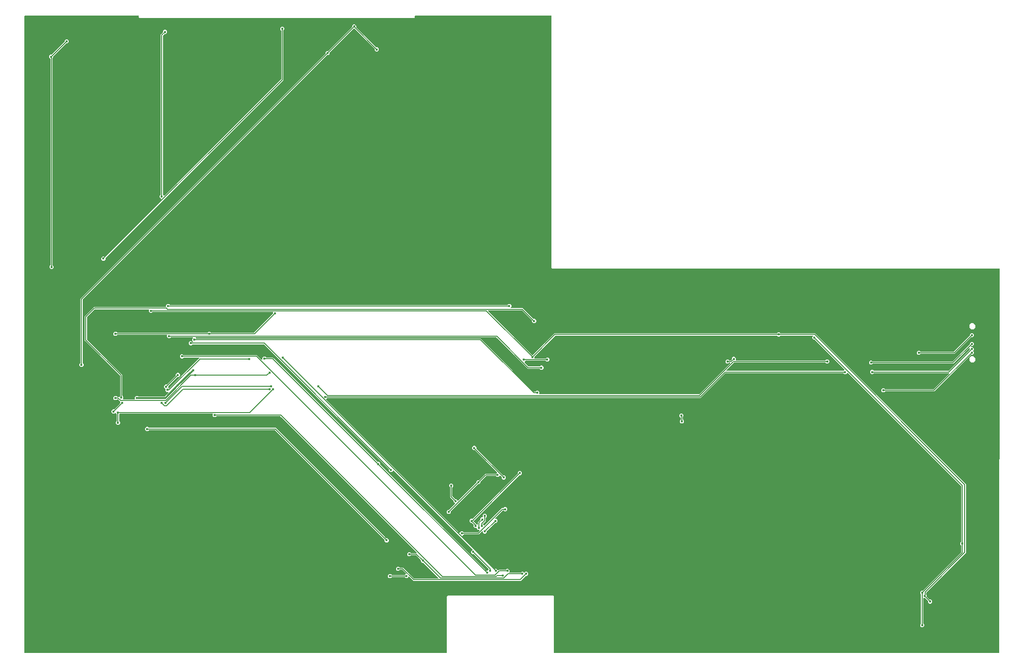
<source format=gbr>
G04 EAGLE Gerber RS-274X export*
G75*
%MOMM*%
%FSLAX34Y34*%
%LPD*%
%INBottom Copper*%
%IPPOS*%
%AMOC8*
5,1,8,0,0,1.08239X$1,22.5*%
G01*
G04 Define Apertures*
%ADD10C,0.127000*%
%ADD11C,0.452400*%
%ADD12C,0.300000*%
G36*
X-113465Y-542940D02*
X-113762Y-543000D01*
X-847238Y-543000D01*
X-847513Y-542949D01*
X-847768Y-542785D01*
X-847940Y-542535D01*
X-848000Y-542238D01*
X-848000Y565238D01*
X-847949Y565513D01*
X-847785Y565768D01*
X-847535Y565940D01*
X-847238Y566000D01*
X-649762Y566000D01*
X-649487Y565949D01*
X-649232Y565785D01*
X-649060Y565535D01*
X-649000Y565238D01*
X-649000Y563172D01*
X-647828Y562000D01*
X-170172Y562000D01*
X-169000Y563172D01*
X-169000Y565238D01*
X-168949Y565513D01*
X-168785Y565768D01*
X-168535Y565940D01*
X-168238Y566000D01*
X68238Y566000D01*
X68513Y565949D01*
X68768Y565785D01*
X68940Y565535D01*
X69000Y565238D01*
X69000Y127172D01*
X70172Y126000D01*
X848234Y126000D01*
X848510Y125948D01*
X848765Y125785D01*
X848936Y125534D01*
X848996Y125237D01*
X848004Y-542239D01*
X847953Y-542513D01*
X847789Y-542768D01*
X847539Y-542940D01*
X847242Y-543000D01*
X73762Y-543000D01*
X73487Y-542949D01*
X73232Y-542785D01*
X73060Y-542535D01*
X73000Y-542238D01*
X73000Y-444172D01*
X71828Y-443000D01*
X-111828Y-443000D01*
X-113000Y-444172D01*
X-113000Y-542238D01*
X-113051Y-542513D01*
X-113215Y-542768D01*
X-113465Y-542940D01*
G37*
%LPC*%
G36*
X-750128Y-44807D02*
X-747202Y-44807D01*
X-745133Y-42738D01*
X-745133Y-39812D01*
X-746537Y-38408D01*
X-746700Y-38167D01*
X-746760Y-37869D01*
X-746760Y71920D01*
X-746704Y72206D01*
X-746537Y72459D01*
X-321736Y497260D01*
X-321495Y497423D01*
X-321197Y497483D01*
X-319212Y497483D01*
X-317143Y499552D01*
X-317143Y501537D01*
X-317087Y501823D01*
X-316920Y502076D01*
X-275381Y543615D01*
X-275140Y543778D01*
X-274842Y543838D01*
X-274433Y543838D01*
X-274147Y543782D01*
X-273894Y543615D01*
X-238705Y508426D01*
X-238542Y508185D01*
X-238482Y507887D01*
X-238482Y505902D01*
X-236413Y503833D01*
X-233487Y503833D01*
X-231418Y505902D01*
X-231418Y508828D01*
X-233487Y510897D01*
X-235472Y510897D01*
X-235758Y510953D01*
X-236011Y511120D01*
X-270565Y545674D01*
X-270728Y545916D01*
X-270788Y546213D01*
X-270788Y548833D01*
X-272857Y550902D01*
X-275783Y550902D01*
X-277852Y548833D01*
X-277852Y546848D01*
X-277908Y546562D01*
X-278075Y546309D01*
X-319614Y504770D01*
X-319856Y504607D01*
X-320153Y504547D01*
X-322138Y504547D01*
X-324207Y502478D01*
X-324207Y500493D01*
X-324263Y500207D01*
X-324430Y499954D01*
X-750570Y73814D01*
X-750570Y-37869D01*
X-750626Y-38155D01*
X-750793Y-38408D01*
X-752197Y-39812D01*
X-752197Y-42738D01*
X-750128Y-44807D01*
G37*
G36*
X-712028Y139978D02*
X-709102Y139978D01*
X-707033Y142047D01*
X-707033Y144032D01*
X-706977Y144318D01*
X-706810Y144571D01*
X-397510Y453871D01*
X-397510Y540154D01*
X-397454Y540440D01*
X-397287Y540693D01*
X-395883Y542097D01*
X-395883Y545023D01*
X-397952Y547092D01*
X-400878Y547092D01*
X-402947Y545023D01*
X-402947Y542097D01*
X-401543Y540693D01*
X-401380Y540452D01*
X-401320Y540154D01*
X-401320Y455765D01*
X-401376Y455479D01*
X-401543Y455226D01*
X-604132Y252637D01*
X-604352Y252484D01*
X-604647Y252414D01*
X-604946Y252465D01*
X-605201Y252628D01*
X-605338Y252828D01*
X-606837Y254327D01*
X-607000Y254568D01*
X-607060Y254866D01*
X-607060Y531025D01*
X-607004Y531311D01*
X-606837Y531564D01*
X-604311Y534090D01*
X-604070Y534253D01*
X-603772Y534313D01*
X-601787Y534313D01*
X-599718Y536382D01*
X-599718Y539308D01*
X-601787Y541377D01*
X-604713Y541377D01*
X-606782Y539308D01*
X-606782Y537323D01*
X-606838Y537037D01*
X-607005Y536784D01*
X-610870Y532919D01*
X-610870Y254866D01*
X-610926Y254580D01*
X-611093Y254327D01*
X-612497Y252923D01*
X-612497Y249997D01*
X-610322Y247822D01*
X-610159Y247722D01*
X-609984Y247474D01*
X-609919Y247178D01*
X-609974Y246880D01*
X-610142Y246627D01*
X-709504Y147265D01*
X-709746Y147102D01*
X-710043Y147042D01*
X-712028Y147042D01*
X-714097Y144973D01*
X-714097Y142047D01*
X-712028Y139978D01*
G37*
G36*
X-802198Y125373D02*
X-799272Y125373D01*
X-797203Y127442D01*
X-797203Y130368D01*
X-798607Y131772D01*
X-798770Y132013D01*
X-798830Y132311D01*
X-798830Y491894D01*
X-798774Y492180D01*
X-798607Y492433D01*
X-797838Y493202D01*
X-797838Y495187D01*
X-797782Y495473D01*
X-797615Y495726D01*
X-775761Y517580D01*
X-775520Y517743D01*
X-775222Y517803D01*
X-773237Y517803D01*
X-771168Y519872D01*
X-771168Y522798D01*
X-773237Y524867D01*
X-776163Y524867D01*
X-778232Y522798D01*
X-778232Y520813D01*
X-778288Y520527D01*
X-778455Y520274D01*
X-800309Y498420D01*
X-800551Y498257D01*
X-800848Y498197D01*
X-802833Y498197D01*
X-804902Y496128D01*
X-804902Y493202D01*
X-802863Y491163D01*
X-802700Y490922D01*
X-802640Y490624D01*
X-802640Y132311D01*
X-802696Y132025D01*
X-802863Y131772D01*
X-804267Y130368D01*
X-804267Y127442D01*
X-802198Y125373D01*
G37*
G36*
X712277Y-498197D02*
X715203Y-498197D01*
X717272Y-496128D01*
X717272Y-493202D01*
X715868Y-491798D01*
X715705Y-491557D01*
X715645Y-491259D01*
X715645Y-448159D01*
X715696Y-447884D01*
X715860Y-447629D01*
X716110Y-447457D01*
X716407Y-447397D01*
X718707Y-447397D01*
X718993Y-447453D01*
X719246Y-447620D01*
X723955Y-452329D01*
X724118Y-452571D01*
X724178Y-452868D01*
X724178Y-454853D01*
X726247Y-456922D01*
X729173Y-456922D01*
X731242Y-454853D01*
X731242Y-451927D01*
X729173Y-449858D01*
X727188Y-449858D01*
X726902Y-449802D01*
X726649Y-449635D01*
X721940Y-444926D01*
X721777Y-444685D01*
X721717Y-444387D01*
X721717Y-442402D01*
X720948Y-441633D01*
X720785Y-441392D01*
X720725Y-441094D01*
X720725Y-437985D01*
X720781Y-437699D01*
X720948Y-437446D01*
X789940Y-368454D01*
X789940Y-248766D01*
X527839Y13335D01*
X467591Y13335D01*
X467305Y13391D01*
X467052Y13558D01*
X465648Y14962D01*
X462722Y14962D01*
X461318Y13558D01*
X461077Y13395D01*
X460779Y13335D01*
X74141Y13335D01*
X36621Y-24185D01*
X36380Y-24348D01*
X36082Y-24408D01*
X35673Y-24408D01*
X35387Y-24352D01*
X35134Y-24185D01*
X-41090Y52039D01*
X-41243Y52259D01*
X-41313Y52554D01*
X-41262Y52853D01*
X-41099Y53108D01*
X-40849Y53280D01*
X-40551Y53340D01*
X17310Y53340D01*
X17596Y53284D01*
X17849Y53117D01*
X34980Y35986D01*
X35143Y35745D01*
X35203Y35447D01*
X35203Y33462D01*
X37272Y31393D01*
X40198Y31393D01*
X42267Y33462D01*
X42267Y36388D01*
X40198Y38457D01*
X38213Y38457D01*
X37927Y38513D01*
X37674Y38680D01*
X19204Y57150D01*
X-1420Y57150D01*
X-1684Y57197D01*
X-1942Y57356D01*
X-2117Y57604D01*
X-2182Y57900D01*
X-2127Y58198D01*
X-1959Y58451D01*
X-913Y59497D01*
X-913Y62423D01*
X-2982Y64492D01*
X-5908Y64492D01*
X-7312Y63088D01*
X-7553Y62925D01*
X-7851Y62865D01*
X-594764Y62865D01*
X-595050Y62921D01*
X-595303Y63088D01*
X-596707Y64492D01*
X-599633Y64492D01*
X-601702Y62423D01*
X-601702Y59817D01*
X-601753Y59542D01*
X-601917Y59287D01*
X-602167Y59115D01*
X-602464Y59055D01*
X-727229Y59055D01*
X-742950Y43334D01*
X-742950Y1116D01*
X-681578Y-60256D01*
X-681415Y-60498D01*
X-681355Y-60795D01*
X-681355Y-95019D01*
X-681411Y-95305D01*
X-681578Y-95558D01*
X-683088Y-97068D01*
X-683188Y-97231D01*
X-683436Y-97406D01*
X-683732Y-97471D01*
X-684030Y-97416D01*
X-684283Y-97248D01*
X-684376Y-97155D01*
X-686204Y-97155D01*
X-686490Y-97099D01*
X-686743Y-96932D01*
X-688147Y-95528D01*
X-691073Y-95528D01*
X-693142Y-97597D01*
X-693142Y-100523D01*
X-691073Y-102592D01*
X-688147Y-102592D01*
X-686776Y-101221D01*
X-686545Y-101063D01*
X-686249Y-100998D01*
X-685951Y-101053D01*
X-685698Y-101221D01*
X-681611Y-105308D01*
X-681453Y-105539D01*
X-681388Y-105835D01*
X-681443Y-106133D01*
X-681611Y-106386D01*
X-681712Y-106487D01*
X-681712Y-108472D01*
X-681768Y-108758D01*
X-681935Y-109011D01*
X-691724Y-118800D01*
X-691966Y-118963D01*
X-692263Y-119023D01*
X-694248Y-119023D01*
X-696317Y-121092D01*
X-696317Y-124018D01*
X-694248Y-126087D01*
X-691322Y-126087D01*
X-689998Y-124763D01*
X-689778Y-124610D01*
X-689483Y-124540D01*
X-689184Y-124591D01*
X-688929Y-124754D01*
X-688757Y-125004D01*
X-688697Y-125302D01*
X-688697Y-125923D01*
X-687293Y-127327D01*
X-687130Y-127568D01*
X-687070Y-127866D01*
X-687070Y-138834D01*
X-687126Y-139120D01*
X-687293Y-139373D01*
X-688697Y-140777D01*
X-688697Y-143703D01*
X-686628Y-145772D01*
X-683702Y-145772D01*
X-681633Y-143703D01*
X-681633Y-140777D01*
X-683037Y-139373D01*
X-683200Y-139132D01*
X-683260Y-138834D01*
X-683260Y-127866D01*
X-683204Y-127580D01*
X-683037Y-127327D01*
X-682298Y-126588D01*
X-682057Y-126425D01*
X-681759Y-126365D01*
X-521184Y-126365D01*
X-520909Y-126416D01*
X-520654Y-126580D01*
X-520482Y-126830D01*
X-520422Y-127127D01*
X-520422Y-130368D01*
X-518353Y-132437D01*
X-515427Y-132437D01*
X-514023Y-131033D01*
X-513782Y-130870D01*
X-513484Y-130810D01*
X-403060Y-130810D01*
X-402774Y-130866D01*
X-402521Y-131033D01*
X-165920Y-367634D01*
X-165767Y-367854D01*
X-165697Y-368149D01*
X-165748Y-368448D01*
X-165911Y-368703D01*
X-166162Y-368875D01*
X-166459Y-368935D01*
X-175029Y-368935D01*
X-175315Y-368879D01*
X-175568Y-368712D01*
X-176972Y-367308D01*
X-179898Y-367308D01*
X-181967Y-369377D01*
X-181967Y-372303D01*
X-179898Y-374372D01*
X-176972Y-374372D01*
X-175568Y-372968D01*
X-175327Y-372805D01*
X-175029Y-372745D01*
X-167475Y-372745D01*
X-167189Y-372801D01*
X-166936Y-372968D01*
X-158695Y-381209D01*
X-158532Y-381451D01*
X-158472Y-381748D01*
X-158472Y-383733D01*
X-156403Y-385802D01*
X-154418Y-385802D01*
X-154132Y-385858D01*
X-153879Y-386025D01*
X-127820Y-412084D01*
X-127667Y-412304D01*
X-127597Y-412599D01*
X-127648Y-412898D01*
X-127811Y-413153D01*
X-128062Y-413325D01*
X-128359Y-413385D01*
X-169710Y-413385D01*
X-169996Y-413329D01*
X-170249Y-413162D01*
X-189076Y-394335D01*
X-194714Y-394335D01*
X-195000Y-394279D01*
X-195253Y-394112D01*
X-196657Y-392708D01*
X-199583Y-392708D01*
X-201652Y-394777D01*
X-201652Y-397703D01*
X-199583Y-399772D01*
X-196657Y-399772D01*
X-195253Y-398368D01*
X-195012Y-398205D01*
X-194714Y-398145D01*
X-190970Y-398145D01*
X-190684Y-398201D01*
X-190431Y-398368D01*
X-184692Y-404107D01*
X-184539Y-404327D01*
X-184469Y-404622D01*
X-184520Y-404921D01*
X-184683Y-405176D01*
X-184883Y-405313D01*
X-186382Y-406812D01*
X-186623Y-406975D01*
X-186921Y-407035D01*
X-208684Y-407035D01*
X-208970Y-406979D01*
X-209223Y-406812D01*
X-210627Y-405408D01*
X-213553Y-405408D01*
X-215622Y-407477D01*
X-215622Y-410403D01*
X-213553Y-412472D01*
X-210627Y-412472D01*
X-209223Y-411068D01*
X-208982Y-410905D01*
X-208684Y-410845D01*
X-186921Y-410845D01*
X-186635Y-410901D01*
X-186382Y-411068D01*
X-184978Y-412472D01*
X-182052Y-412472D01*
X-179877Y-410297D01*
X-179777Y-410134D01*
X-179529Y-409959D01*
X-179233Y-409894D01*
X-178935Y-409949D01*
X-178682Y-410117D01*
X-171604Y-417195D01*
X15394Y-417195D01*
X23704Y-408885D01*
X23946Y-408722D01*
X24243Y-408662D01*
X26228Y-408662D01*
X28297Y-406593D01*
X28297Y-403667D01*
X26228Y-401598D01*
X23302Y-401598D01*
X22129Y-402771D01*
X21898Y-402929D01*
X21602Y-402994D01*
X21304Y-402939D01*
X21051Y-402771D01*
X19878Y-401598D01*
X16952Y-401598D01*
X15548Y-403002D01*
X15307Y-403165D01*
X15009Y-403225D01*
X-3960Y-403225D01*
X-4224Y-403178D01*
X-4482Y-403019D01*
X-4657Y-402771D01*
X-4722Y-402475D01*
X-4667Y-402177D01*
X-4499Y-401924D01*
X-4088Y-401513D01*
X-4088Y-398587D01*
X-6157Y-396518D01*
X-9083Y-396518D01*
X-10487Y-397922D01*
X-10728Y-398085D01*
X-11026Y-398145D01*
X-22379Y-398145D01*
X-23107Y-398873D01*
X-23327Y-399026D01*
X-23622Y-399096D01*
X-23921Y-399045D01*
X-24176Y-398882D01*
X-24313Y-398682D01*
X-26477Y-396518D01*
X-28462Y-396518D01*
X-28748Y-396462D01*
X-29001Y-396295D01*
X-85818Y-339478D01*
X-85971Y-339258D01*
X-86041Y-338963D01*
X-85990Y-338664D01*
X-85827Y-338409D01*
X-85627Y-338272D01*
X-84128Y-336773D01*
X-83887Y-336610D01*
X-83589Y-336550D01*
X-57631Y-336550D01*
X-51823Y-330742D01*
X-51603Y-330589D01*
X-51308Y-330519D01*
X-51009Y-330570D01*
X-50754Y-330733D01*
X-50582Y-330984D01*
X-50522Y-331281D01*
X-50522Y-332933D01*
X-48453Y-335002D01*
X-45527Y-335002D01*
X-43458Y-332933D01*
X-43458Y-330948D01*
X-43402Y-330662D01*
X-43235Y-330409D01*
X-29636Y-316810D01*
X-29395Y-316647D01*
X-29097Y-316587D01*
X-27112Y-316587D01*
X-25043Y-314518D01*
X-25043Y-311592D01*
X-27112Y-309523D01*
X-28764Y-309523D01*
X-29028Y-309476D01*
X-29286Y-309317D01*
X-29461Y-309069D01*
X-29526Y-308773D01*
X-29471Y-308475D01*
X-29303Y-308222D01*
X-15944Y-294863D01*
X-15703Y-294700D01*
X-15405Y-294640D01*
X-14836Y-294640D01*
X-14550Y-294696D01*
X-14297Y-294863D01*
X-12893Y-296267D01*
X-9967Y-296267D01*
X-7898Y-294198D01*
X-7898Y-291272D01*
X-9967Y-289203D01*
X-12893Y-289203D01*
X-14297Y-290607D01*
X-14538Y-290770D01*
X-14836Y-290830D01*
X-17299Y-290830D01*
X-47237Y-320768D01*
X-47457Y-320921D01*
X-47752Y-320991D01*
X-48051Y-320940D01*
X-48306Y-320777D01*
X-48443Y-320577D01*
X-49909Y-319111D01*
X-50067Y-318880D01*
X-50132Y-318584D01*
X-50077Y-318286D01*
X-49909Y-318033D01*
X-45085Y-313209D01*
X-45085Y-307571D01*
X-45029Y-307285D01*
X-44862Y-307032D01*
X-43458Y-305628D01*
X-43458Y-302702D01*
X-45527Y-300633D01*
X-48453Y-300633D01*
X-50522Y-302702D01*
X-50522Y-305628D01*
X-50468Y-305682D01*
X-50315Y-305902D01*
X-50245Y-306197D01*
X-50296Y-306496D01*
X-50459Y-306751D01*
X-50709Y-306923D01*
X-51007Y-306983D01*
X-52898Y-306983D01*
X-54967Y-309052D01*
X-54967Y-311037D01*
X-55023Y-311323D01*
X-55190Y-311576D01*
X-59055Y-315441D01*
X-59055Y-318920D01*
X-59102Y-319184D01*
X-59261Y-319442D01*
X-59509Y-319617D01*
X-59805Y-319682D01*
X-60103Y-319627D01*
X-60356Y-319459D01*
X-61402Y-318413D01*
X-61482Y-318413D01*
X-61768Y-318357D01*
X-62021Y-318190D01*
X-66095Y-314116D01*
X-66258Y-313875D01*
X-66318Y-313577D01*
X-66318Y-313168D01*
X-66262Y-312882D01*
X-66095Y-312629D01*
X12909Y-233625D01*
X13151Y-233462D01*
X13448Y-233402D01*
X15433Y-233402D01*
X17502Y-231333D01*
X17502Y-228407D01*
X15433Y-226338D01*
X12507Y-226338D01*
X10438Y-228407D01*
X10438Y-230392D01*
X10382Y-230678D01*
X10215Y-230931D01*
X-68154Y-309300D01*
X-68396Y-309463D01*
X-68693Y-309523D01*
X-71313Y-309523D01*
X-73382Y-311592D01*
X-73382Y-314518D01*
X-71313Y-316587D01*
X-69328Y-316587D01*
X-69042Y-316643D01*
X-68789Y-316810D01*
X-66296Y-319303D01*
X-66138Y-319534D01*
X-66073Y-319830D01*
X-66128Y-320128D01*
X-66296Y-320381D01*
X-66397Y-320482D01*
X-66397Y-323408D01*
X-64328Y-325477D01*
X-61444Y-325477D01*
X-61169Y-325528D01*
X-60914Y-325692D01*
X-60742Y-325942D01*
X-60682Y-326239D01*
X-60682Y-326583D01*
X-58613Y-328652D01*
X-56961Y-328652D01*
X-56697Y-328699D01*
X-56439Y-328858D01*
X-56264Y-329106D01*
X-56199Y-329402D01*
X-56254Y-329700D01*
X-56422Y-329953D01*
X-58986Y-332517D01*
X-59228Y-332680D01*
X-59525Y-332740D01*
X-83589Y-332740D01*
X-83875Y-332684D01*
X-84128Y-332517D01*
X-85532Y-331113D01*
X-88458Y-331113D01*
X-90633Y-333288D01*
X-90733Y-333451D01*
X-90981Y-333626D01*
X-91277Y-333691D01*
X-91575Y-333636D01*
X-91828Y-333468D01*
X-323308Y-101988D01*
X-323461Y-101768D01*
X-323531Y-101473D01*
X-323480Y-101174D01*
X-323317Y-100919D01*
X-323117Y-100782D01*
X-321618Y-99283D01*
X-321377Y-99120D01*
X-321079Y-99060D01*
X328449Y-99060D01*
X371406Y-56103D01*
X371648Y-55940D01*
X371945Y-55880D01*
X576349Y-55880D01*
X576635Y-55936D01*
X576888Y-56103D01*
X578292Y-57507D01*
X581218Y-57507D01*
X583393Y-55332D01*
X583493Y-55169D01*
X583741Y-54994D01*
X584037Y-54929D01*
X584335Y-54984D01*
X584588Y-55152D01*
X781462Y-252026D01*
X781625Y-252268D01*
X781685Y-252565D01*
X781685Y-349019D01*
X781629Y-349305D01*
X781462Y-349558D01*
X780058Y-350962D01*
X780058Y-353888D01*
X781462Y-355292D01*
X781625Y-355533D01*
X781685Y-355831D01*
X781685Y-367195D01*
X781629Y-367481D01*
X781462Y-367734D01*
X714801Y-434395D01*
X714560Y-434558D01*
X714262Y-434618D01*
X712277Y-434618D01*
X710208Y-436687D01*
X710208Y-439613D01*
X711612Y-441017D01*
X711775Y-441258D01*
X711835Y-441556D01*
X711835Y-491259D01*
X711779Y-491545D01*
X711612Y-491798D01*
X710208Y-493202D01*
X710208Y-496128D01*
X712277Y-498197D01*
G37*
G36*
X798795Y20650D02*
X803145Y20650D01*
X806220Y23725D01*
X806220Y28075D01*
X803145Y31150D01*
X798795Y31150D01*
X795720Y28075D01*
X795720Y23725D01*
X798795Y20650D01*
G37*
G36*
X706562Y-23852D02*
X709488Y-23852D01*
X710892Y-22448D01*
X711133Y-22285D01*
X711431Y-22225D01*
X770409Y-22225D01*
X799039Y6405D01*
X799281Y6568D01*
X799578Y6628D01*
X801563Y6628D01*
X803632Y8697D01*
X803632Y11623D01*
X801563Y13692D01*
X798637Y13692D01*
X796568Y11623D01*
X796568Y9638D01*
X796512Y9352D01*
X796345Y9099D01*
X769054Y-18192D01*
X768813Y-18355D01*
X768515Y-18415D01*
X711431Y-18415D01*
X711145Y-18359D01*
X710892Y-18192D01*
X709488Y-16788D01*
X706562Y-16788D01*
X704493Y-18857D01*
X704493Y-21783D01*
X706562Y-23852D01*
G37*
G36*
X644967Y-89257D02*
X647893Y-89257D01*
X649297Y-87853D01*
X649538Y-87690D01*
X649836Y-87630D01*
X735484Y-87630D01*
X799039Y-24075D01*
X799281Y-23912D01*
X799578Y-23852D01*
X801563Y-23852D01*
X803632Y-21783D01*
X803632Y-18857D01*
X802459Y-17684D01*
X802301Y-17453D01*
X802236Y-17157D01*
X802291Y-16859D01*
X802459Y-16606D01*
X803632Y-15433D01*
X803632Y-12507D01*
X801563Y-10438D01*
X799276Y-10438D01*
X799012Y-10391D01*
X798754Y-10232D01*
X798579Y-9984D01*
X798514Y-9688D01*
X798569Y-9390D01*
X798737Y-9137D01*
X799039Y-8835D01*
X799281Y-8672D01*
X799578Y-8612D01*
X801563Y-8612D01*
X803632Y-6543D01*
X803632Y-3617D01*
X801563Y-1548D01*
X798637Y-1548D01*
X796568Y-3617D01*
X796568Y-5602D01*
X796512Y-5888D01*
X796345Y-6141D01*
X767149Y-35337D01*
X766908Y-35500D01*
X766610Y-35560D01*
X628246Y-35560D01*
X627960Y-35504D01*
X627707Y-35337D01*
X626303Y-33933D01*
X623377Y-33933D01*
X621308Y-36002D01*
X621308Y-38928D01*
X623377Y-40997D01*
X626303Y-40997D01*
X627707Y-39593D01*
X627948Y-39430D01*
X628246Y-39370D01*
X768504Y-39370D01*
X795267Y-12607D01*
X795487Y-12454D01*
X795782Y-12384D01*
X796081Y-12435D01*
X796336Y-12598D01*
X796508Y-12849D01*
X796568Y-13146D01*
X796568Y-14492D01*
X796512Y-14778D01*
X796345Y-15031D01*
X759529Y-51847D01*
X759288Y-52010D01*
X758990Y-52070D01*
X630151Y-52070D01*
X629865Y-52014D01*
X629612Y-51847D01*
X628208Y-50443D01*
X625282Y-50443D01*
X623213Y-52512D01*
X623213Y-55438D01*
X625282Y-57507D01*
X628208Y-57507D01*
X629612Y-56103D01*
X629853Y-55940D01*
X630151Y-55880D01*
X760006Y-55880D01*
X760270Y-55927D01*
X760528Y-56086D01*
X760703Y-56334D01*
X760768Y-56630D01*
X760713Y-56928D01*
X760545Y-57181D01*
X734129Y-83597D01*
X733888Y-83760D01*
X733590Y-83820D01*
X649836Y-83820D01*
X649550Y-83764D01*
X649297Y-83597D01*
X647893Y-82193D01*
X644967Y-82193D01*
X642898Y-84262D01*
X642898Y-87188D01*
X644967Y-89257D01*
G37*
G36*
X798795Y-37150D02*
X803145Y-37150D01*
X806220Y-34075D01*
X806220Y-29725D01*
X803145Y-26650D01*
X798795Y-26650D01*
X795720Y-29725D01*
X795720Y-34075D01*
X798795Y-37150D01*
G37*
G36*
X294447Y-143232D02*
X297373Y-143232D01*
X299442Y-141163D01*
X299442Y-138237D01*
X298038Y-136833D01*
X297875Y-136592D01*
X297815Y-136294D01*
X297815Y-131676D01*
X297871Y-131390D01*
X298038Y-131137D01*
X298172Y-131003D01*
X298172Y-128077D01*
X296103Y-126008D01*
X293177Y-126008D01*
X291108Y-128077D01*
X291108Y-131003D01*
X293177Y-133072D01*
X293243Y-133072D01*
X293518Y-133123D01*
X293773Y-133287D01*
X293945Y-133537D01*
X294005Y-133834D01*
X294005Y-136294D01*
X293949Y-136580D01*
X293782Y-136833D01*
X292378Y-138237D01*
X292378Y-141163D01*
X294447Y-143232D01*
G37*
G36*
X-219268Y-350242D02*
X-216342Y-350242D01*
X-214273Y-348173D01*
X-214273Y-345247D01*
X-216342Y-343178D01*
X-218327Y-343178D01*
X-218613Y-343122D01*
X-218866Y-342955D01*
X-410691Y-151130D01*
X-630959Y-151130D01*
X-631245Y-151074D01*
X-631498Y-150907D01*
X-632902Y-149503D01*
X-635828Y-149503D01*
X-637897Y-151572D01*
X-637897Y-154498D01*
X-635828Y-156567D01*
X-632902Y-156567D01*
X-631498Y-155163D01*
X-631257Y-155000D01*
X-630959Y-154940D01*
X-412585Y-154940D01*
X-412299Y-154996D01*
X-412046Y-155163D01*
X-221560Y-345649D01*
X-221397Y-345891D01*
X-221337Y-346188D01*
X-221337Y-348173D01*
X-219268Y-350242D01*
G37*
G36*
X-111318Y-300712D02*
X-108392Y-300712D01*
X-106323Y-298643D01*
X-106323Y-296658D01*
X-106267Y-296372D01*
X-106100Y-296119D01*
X-59481Y-249500D01*
X-59240Y-249337D01*
X-58942Y-249277D01*
X-56957Y-249277D01*
X-54888Y-247208D01*
X-54888Y-245223D01*
X-54832Y-244937D01*
X-54665Y-244684D01*
X-45154Y-235173D01*
X-44913Y-235010D01*
X-44615Y-234950D01*
X-28171Y-234950D01*
X-27885Y-235006D01*
X-27632Y-235173D01*
X-26228Y-236577D01*
X-23302Y-236577D01*
X-21127Y-234402D01*
X-21027Y-234239D01*
X-20779Y-234064D01*
X-20483Y-233999D01*
X-20185Y-234054D01*
X-19932Y-234222D01*
X-17725Y-236429D01*
X-17562Y-236671D01*
X-17502Y-236968D01*
X-17502Y-238953D01*
X-15433Y-241022D01*
X-12507Y-241022D01*
X-10438Y-238953D01*
X-10438Y-236027D01*
X-12507Y-233958D01*
X-14492Y-233958D01*
X-14778Y-233902D01*
X-15031Y-233735D01*
X-61650Y-187116D01*
X-61813Y-186875D01*
X-61873Y-186577D01*
X-61873Y-184592D01*
X-63942Y-182523D01*
X-66868Y-182523D01*
X-68937Y-184592D01*
X-68937Y-187518D01*
X-66868Y-189587D01*
X-64883Y-189587D01*
X-64597Y-189643D01*
X-64344Y-189810D01*
X-25942Y-228212D01*
X-25789Y-228432D01*
X-25719Y-228727D01*
X-25770Y-229026D01*
X-25933Y-229281D01*
X-26133Y-229418D01*
X-27632Y-230917D01*
X-27873Y-231080D01*
X-28171Y-231140D01*
X-46509Y-231140D01*
X-57359Y-241990D01*
X-57601Y-242153D01*
X-57898Y-242213D01*
X-59883Y-242213D01*
X-61952Y-244282D01*
X-61952Y-246267D01*
X-62008Y-246553D01*
X-62175Y-246806D01*
X-92957Y-277588D01*
X-93177Y-277741D01*
X-93472Y-277811D01*
X-93771Y-277760D01*
X-94026Y-277597D01*
X-94163Y-277397D01*
X-96327Y-275233D01*
X-98312Y-275233D01*
X-98598Y-275177D01*
X-98851Y-275010D01*
X-103282Y-270579D01*
X-103445Y-270338D01*
X-103505Y-270040D01*
X-103505Y-254866D01*
X-103449Y-254580D01*
X-103282Y-254327D01*
X-101878Y-252923D01*
X-101878Y-249997D01*
X-103947Y-247928D01*
X-106873Y-247928D01*
X-108942Y-249997D01*
X-108942Y-252923D01*
X-107538Y-254327D01*
X-107375Y-254568D01*
X-107315Y-254866D01*
X-107315Y-271934D01*
X-101545Y-277704D01*
X-101382Y-277946D01*
X-101322Y-278243D01*
X-101322Y-280228D01*
X-99147Y-282403D01*
X-98984Y-282503D01*
X-98809Y-282751D01*
X-98744Y-283047D01*
X-98799Y-283345D01*
X-98967Y-283598D01*
X-108794Y-293425D01*
X-109036Y-293588D01*
X-109333Y-293648D01*
X-111318Y-293648D01*
X-113387Y-295717D01*
X-113387Y-298643D01*
X-111318Y-300712D01*
G37*
%LPD*%
G36*
X-42097Y-399633D02*
X-42394Y-399693D01*
X-43702Y-399693D01*
X-43988Y-399637D01*
X-44241Y-399470D01*
X-228655Y-215056D01*
X-228818Y-214815D01*
X-228878Y-214517D01*
X-228878Y-212532D01*
X-230947Y-210463D01*
X-232932Y-210463D01*
X-233218Y-210407D01*
X-233471Y-210240D01*
X-415136Y-28575D01*
X-427124Y-28575D01*
X-427410Y-28519D01*
X-427663Y-28352D01*
X-429067Y-26948D01*
X-431993Y-26948D01*
X-434062Y-29017D01*
X-434062Y-31939D01*
X-434109Y-32203D01*
X-434268Y-32461D01*
X-434516Y-32636D01*
X-434812Y-32701D01*
X-435110Y-32646D01*
X-435363Y-32478D01*
X-443076Y-24765D01*
X-570634Y-24765D01*
X-570920Y-24709D01*
X-571173Y-24542D01*
X-572577Y-23138D01*
X-575503Y-23138D01*
X-577572Y-25207D01*
X-577572Y-28133D01*
X-575503Y-30202D01*
X-572577Y-30202D01*
X-571173Y-28798D01*
X-570932Y-28635D01*
X-570634Y-28575D01*
X-544284Y-28575D01*
X-544020Y-28622D01*
X-543762Y-28781D01*
X-543587Y-29029D01*
X-543522Y-29325D01*
X-543577Y-29623D01*
X-543745Y-29876D01*
X-595846Y-81977D01*
X-596076Y-82135D01*
X-596372Y-82200D01*
X-596671Y-82144D01*
X-596923Y-81977D01*
X-597513Y-81387D01*
X-597581Y-81343D01*
X-597753Y-81093D01*
X-597813Y-80796D01*
X-597813Y-78853D01*
X-597757Y-78567D01*
X-597590Y-78314D01*
X-582086Y-62810D01*
X-581845Y-62647D01*
X-581547Y-62587D01*
X-579562Y-62587D01*
X-577493Y-60518D01*
X-577493Y-57592D01*
X-579562Y-55523D01*
X-582488Y-55523D01*
X-584557Y-57592D01*
X-584557Y-59577D01*
X-584613Y-59863D01*
X-584780Y-60116D01*
X-600284Y-75620D01*
X-600526Y-75783D01*
X-600823Y-75843D01*
X-602808Y-75843D01*
X-604877Y-77912D01*
X-604877Y-80838D01*
X-602637Y-83078D01*
X-602569Y-83122D01*
X-602397Y-83372D01*
X-602337Y-83669D01*
X-602337Y-86553D01*
X-600268Y-88622D01*
X-597934Y-88622D01*
X-597671Y-88669D01*
X-597413Y-88828D01*
X-597237Y-89076D01*
X-597172Y-89372D01*
X-597228Y-89670D01*
X-597395Y-89923D01*
X-603539Y-96067D01*
X-603781Y-96230D01*
X-604078Y-96290D01*
X-649604Y-96290D01*
X-649890Y-96234D01*
X-650143Y-96067D01*
X-650682Y-95528D01*
X-653608Y-95528D01*
X-655677Y-97597D01*
X-655677Y-100838D01*
X-655728Y-101113D01*
X-655892Y-101368D01*
X-656142Y-101540D01*
X-656439Y-101600D01*
X-675790Y-101600D01*
X-676054Y-101553D01*
X-676312Y-101394D01*
X-676487Y-101146D01*
X-676552Y-100850D01*
X-676497Y-100552D01*
X-676329Y-100299D01*
X-675918Y-99888D01*
X-675918Y-96962D01*
X-677322Y-95558D01*
X-677485Y-95317D01*
X-677545Y-95019D01*
X-677545Y-58901D01*
X-738917Y2471D01*
X-739080Y2713D01*
X-739140Y3010D01*
X-739140Y41440D01*
X-739084Y41726D01*
X-738917Y41979D01*
X-725874Y55022D01*
X-725633Y55185D01*
X-725335Y55245D01*
X-632309Y55245D01*
X-632034Y55194D01*
X-631779Y55030D01*
X-631607Y54780D01*
X-631547Y54483D01*
X-631547Y51242D01*
X-629478Y49173D01*
X-626552Y49173D01*
X-625148Y50577D01*
X-624907Y50740D01*
X-624609Y50800D01*
X-416409Y50800D01*
X-416134Y50749D01*
X-415879Y50585D01*
X-415707Y50335D01*
X-415647Y50038D01*
X-415647Y47738D01*
X-415703Y47452D01*
X-415870Y47199D01*
X-448241Y14828D01*
X-448483Y14665D01*
X-448780Y14605D01*
X-523009Y14605D01*
X-523295Y14661D01*
X-523548Y14828D01*
X-524952Y16232D01*
X-527878Y16232D01*
X-529282Y14828D01*
X-529523Y14665D01*
X-529821Y14605D01*
X-686204Y14605D01*
X-686490Y14661D01*
X-686743Y14828D01*
X-688147Y16232D01*
X-691073Y16232D01*
X-693142Y14163D01*
X-693142Y11237D01*
X-691073Y9168D01*
X-688147Y9168D01*
X-686743Y10572D01*
X-686502Y10735D01*
X-686204Y10795D01*
X-600559Y10795D01*
X-600284Y10744D01*
X-600029Y10580D01*
X-599857Y10330D01*
X-599797Y10033D01*
X-599797Y6792D01*
X-597728Y4723D01*
X-594802Y4723D01*
X-593398Y6127D01*
X-593157Y6290D01*
X-592859Y6350D01*
X-555475Y6350D01*
X-555211Y6303D01*
X-554953Y6144D01*
X-554778Y5896D01*
X-554713Y5600D01*
X-554768Y5302D01*
X-554936Y5049D01*
X-555982Y4003D01*
X-555982Y1077D01*
X-554301Y-604D01*
X-554148Y-824D01*
X-554078Y-1119D01*
X-554129Y-1418D01*
X-554292Y-1673D01*
X-554542Y-1845D01*
X-554840Y-1905D01*
X-555394Y-1905D01*
X-555680Y-1849D01*
X-555933Y-1682D01*
X-557337Y-278D01*
X-560263Y-278D01*
X-562332Y-2347D01*
X-562332Y-5273D01*
X-560263Y-7342D01*
X-557337Y-7342D01*
X-555933Y-5938D01*
X-555692Y-5775D01*
X-555394Y-5715D01*
X-431635Y-5715D01*
X-431349Y-5771D01*
X-431096Y-5938D01*
X-213940Y-223094D01*
X-213777Y-223336D01*
X-213717Y-223633D01*
X-213717Y-225618D01*
X-211648Y-227687D01*
X-208722Y-227687D01*
X-206547Y-225512D01*
X-206447Y-225349D01*
X-206199Y-225174D01*
X-205903Y-225109D01*
X-205605Y-225164D01*
X-205352Y-225332D01*
X-68487Y-362197D01*
X-68334Y-362417D01*
X-68264Y-362712D01*
X-68315Y-363011D01*
X-68478Y-363266D01*
X-68678Y-363403D01*
X-70842Y-365567D01*
X-70842Y-368493D01*
X-68773Y-370562D01*
X-66788Y-370562D01*
X-66502Y-370618D01*
X-66249Y-370785D01*
X-40578Y-396456D01*
X-40420Y-396686D01*
X-40355Y-396982D01*
X-40411Y-397281D01*
X-40578Y-397533D01*
X-41632Y-398587D01*
X-41632Y-398931D01*
X-41683Y-399206D01*
X-41847Y-399461D01*
X-42097Y-399633D01*
G37*
G36*
X325583Y-92650D02*
X325285Y-92710D01*
X48744Y-92710D01*
X48469Y-92659D01*
X48214Y-92495D01*
X48042Y-92245D01*
X47982Y-91948D01*
X47982Y-88707D01*
X45913Y-86638D01*
X42987Y-86638D01*
X41583Y-88042D01*
X41342Y-88205D01*
X41044Y-88265D01*
X39205Y-88265D01*
X38919Y-88209D01*
X38666Y-88042D01*
X-53821Y4445D01*
X-549044Y4445D01*
X-549330Y4501D01*
X-549583Y4668D01*
X-549964Y5049D01*
X-550117Y5269D01*
X-550187Y5564D01*
X-550136Y5863D01*
X-549973Y6118D01*
X-549723Y6290D01*
X-549425Y6350D01*
X-27140Y6350D01*
X-26854Y6294D01*
X-26601Y6127D01*
X27786Y-48260D01*
X48029Y-48260D01*
X48315Y-48316D01*
X48568Y-48483D01*
X49972Y-49887D01*
X52898Y-49887D01*
X54967Y-47818D01*
X54967Y-44892D01*
X52898Y-42823D01*
X49972Y-42823D01*
X48568Y-44227D01*
X48327Y-44390D01*
X48029Y-44450D01*
X29680Y-44450D01*
X29394Y-44394D01*
X29141Y-44227D01*
X22132Y-37218D01*
X21979Y-36998D01*
X21909Y-36703D01*
X21960Y-36404D01*
X22123Y-36149D01*
X22323Y-36012D01*
X23822Y-34513D01*
X24063Y-34350D01*
X24361Y-34290D01*
X58189Y-34290D01*
X58475Y-34346D01*
X58728Y-34513D01*
X60132Y-35917D01*
X63058Y-35917D01*
X65127Y-33848D01*
X65127Y-30922D01*
X63058Y-28853D01*
X60132Y-28853D01*
X58728Y-30257D01*
X58487Y-30420D01*
X58189Y-30480D01*
X39854Y-30480D01*
X39579Y-30429D01*
X39324Y-30265D01*
X39152Y-30015D01*
X39092Y-29718D01*
X39092Y-27418D01*
X39148Y-27132D01*
X39315Y-26879D01*
X75496Y9302D01*
X75738Y9465D01*
X76035Y9525D01*
X460779Y9525D01*
X461065Y9469D01*
X461318Y9302D01*
X462722Y7898D01*
X465648Y7898D01*
X467052Y9302D01*
X467293Y9465D01*
X467591Y9525D01*
X523390Y9525D01*
X523654Y9478D01*
X523912Y9319D01*
X524087Y9071D01*
X524152Y8775D01*
X524097Y8477D01*
X523929Y8224D01*
X522883Y7178D01*
X522883Y4252D01*
X524952Y2183D01*
X526937Y2183D01*
X527223Y2127D01*
X527476Y1960D01*
X578578Y-49142D01*
X578731Y-49362D01*
X578801Y-49657D01*
X578750Y-49956D01*
X578587Y-50211D01*
X578387Y-50348D01*
X576888Y-51847D01*
X576647Y-52010D01*
X576349Y-52070D01*
X373469Y-52070D01*
X373205Y-52023D01*
X372947Y-51864D01*
X372772Y-51616D01*
X372707Y-51320D01*
X372762Y-51022D01*
X372930Y-50769D01*
X386011Y-37688D01*
X386253Y-37525D01*
X386550Y-37465D01*
X545234Y-37465D01*
X545520Y-37521D01*
X545773Y-37688D01*
X547177Y-39092D01*
X550103Y-39092D01*
X552172Y-37023D01*
X552172Y-34097D01*
X550103Y-32028D01*
X547177Y-32028D01*
X545773Y-33432D01*
X545532Y-33595D01*
X545234Y-33655D01*
X390374Y-33655D01*
X390099Y-33604D01*
X389844Y-33440D01*
X389672Y-33190D01*
X389612Y-32893D01*
X389612Y-29652D01*
X387543Y-27583D01*
X384617Y-27583D01*
X382548Y-29652D01*
X382548Y-31637D01*
X382492Y-31923D01*
X382325Y-32176D01*
X381069Y-33432D01*
X380828Y-33595D01*
X380530Y-33655D01*
X378691Y-33655D01*
X378405Y-33599D01*
X378152Y-33432D01*
X376748Y-32028D01*
X373822Y-32028D01*
X371753Y-34097D01*
X371753Y-37023D01*
X373822Y-39092D01*
X376748Y-39092D01*
X378152Y-37688D01*
X378393Y-37525D01*
X378691Y-37465D01*
X379006Y-37465D01*
X379270Y-37512D01*
X379528Y-37671D01*
X379703Y-37919D01*
X379768Y-38215D01*
X379713Y-38513D01*
X379545Y-38766D01*
X325824Y-92487D01*
X325583Y-92650D01*
G37*
D10*
X-238760Y532765D02*
X-238760Y517525D01*
X-742950Y536575D02*
X-742950Y547370D01*
X-736600Y40640D02*
X-736600Y3810D01*
X-572770Y3810D01*
X-546735Y-22225D01*
X-541655Y-22225D01*
X36830Y-58420D02*
X52705Y-58420D01*
X36830Y-58420D02*
X13335Y-58420D01*
X323215Y-123825D02*
X323215Y-138430D01*
X323215Y-123825D02*
X315595Y-116205D01*
X36830Y-82550D02*
X36830Y-58420D01*
X-782955Y95885D02*
X-829945Y142875D01*
D11*
X-238760Y517525D03*
X-238760Y532765D03*
X-742950Y536575D03*
X-742950Y547370D03*
X-736600Y40640D03*
X-736600Y3810D03*
X-541655Y-22225D03*
X13335Y-58420D03*
X52705Y-58420D03*
X323215Y-138430D03*
X315595Y-116205D03*
X36830Y-82550D03*
X-829945Y142875D03*
X-782955Y95885D03*
D12*
X-652145Y-99060D02*
X-602615Y-99060D01*
X-581025Y-77470D02*
X-554355Y-50800D01*
X-581025Y-77470D02*
X-602615Y-99060D01*
X-581025Y-77470D02*
X-581660Y-76835D01*
D11*
X-652145Y-99060D03*
X-554355Y-50800D03*
X-581660Y-76835D03*
D10*
X646430Y-85725D02*
X734695Y-85725D01*
X800100Y-20320D01*
D11*
X646430Y-85725D03*
X800100Y-20320D03*
D10*
X767715Y-37465D02*
X624840Y-37465D01*
X767715Y-37465D02*
X800100Y-5080D01*
D11*
X624840Y-37465D03*
X800100Y-5080D03*
D10*
X760095Y-53975D02*
X626745Y-53975D01*
X760095Y-53975D02*
X800100Y-13970D01*
D11*
X626745Y-53975D03*
X800100Y-13970D03*
D10*
X769620Y-20320D02*
X708025Y-20320D01*
X769620Y-20320D02*
X800100Y10160D01*
D11*
X708025Y-20320D03*
X800100Y10160D03*
D10*
X579755Y-53975D02*
X370840Y-53975D01*
X327660Y-97155D01*
X-324485Y-97155D01*
X-421640Y-83820D02*
X-572135Y-83820D01*
X-600710Y-112395D01*
X-604520Y-112395D01*
X-608965Y-107950D01*
D11*
X579755Y-53975D03*
X-324485Y-97155D03*
X-421640Y-83820D03*
X-608965Y-107950D03*
D10*
X385445Y-35560D02*
X548640Y-35560D01*
X385445Y-35560D02*
X326390Y-94615D01*
X-320675Y-94615D01*
X-336550Y-78740D01*
X-418465Y-78740D02*
X-573405Y-78740D01*
X-602615Y-107950D01*
D11*
X548640Y-35560D03*
X-336550Y-78740D03*
X-418465Y-78740D03*
X-602615Y-107950D03*
D10*
X295910Y-130810D02*
X295910Y-139700D01*
X295910Y-130810D02*
X294640Y-129540D01*
D11*
X295910Y-139700D03*
X294640Y-129540D03*
D10*
X-685165Y-99060D02*
X-689610Y-99060D01*
X-685165Y-99060D02*
X-680720Y-103505D01*
X-601980Y-103505D01*
X-558165Y-59690D01*
X-551180Y-59690D01*
X-398780Y-29210D02*
X-27940Y-400050D01*
X-426085Y-59690D02*
X-551180Y-59690D01*
X-426085Y-59690D02*
X-421640Y-55245D01*
D11*
X-689610Y-99060D03*
X-551180Y-59690D03*
X-27940Y-400050D03*
X-398780Y-29210D03*
X-421640Y-55245D03*
D10*
X-801370Y494665D02*
X-774700Y521335D01*
X-526415Y12700D02*
X-447675Y12700D01*
X-412115Y48260D01*
X-526415Y12700D02*
X-689610Y12700D01*
X-800735Y128905D02*
X-800735Y494665D01*
X-801370Y494665D01*
D11*
X-801370Y494665D03*
X-774700Y521335D03*
X-526415Y12700D03*
X-412115Y48260D03*
X-689610Y12700D03*
X-800735Y128905D03*
D10*
X-232410Y-213995D02*
X-43180Y-403225D01*
X-415925Y-30480D02*
X-430530Y-30480D01*
X-415925Y-30480D02*
X-232410Y-213995D01*
X-596265Y-85090D02*
X-598805Y-85090D01*
X-596265Y-85090D02*
X-542290Y-31115D01*
X-457200Y-31115D01*
D11*
X-43180Y-403225D03*
X-232410Y-213995D03*
X-430530Y-30480D03*
X-598805Y-85090D03*
X-457200Y-31115D03*
D10*
X-320675Y501015D02*
X-274320Y547370D01*
X-274320Y546735D02*
X-234950Y507365D01*
X-274320Y546735D02*
X-274320Y547370D01*
X-748665Y73025D02*
X-748665Y-41275D01*
X-748665Y73025D02*
X-320675Y501015D01*
D11*
X-320675Y501015D03*
X-274320Y547370D03*
X-234950Y507365D03*
X-748665Y-41275D03*
D10*
X-685165Y-124460D02*
X-685165Y-142240D01*
X-455930Y-124460D02*
X-415290Y-83820D01*
X-455930Y-124460D02*
X-685165Y-124460D01*
D11*
X-685165Y-124460D03*
X-685165Y-142240D03*
X-415290Y-83820D03*
D10*
X-679450Y-98425D02*
X-679450Y-59690D01*
X-741045Y1905D01*
X-741045Y42545D01*
X-726440Y57150D01*
X-600710Y57150D01*
X-598805Y55245D01*
X18415Y55245D01*
X38735Y34925D01*
D11*
X-679450Y-98425D03*
X38735Y34925D03*
D10*
X-15875Y-408305D02*
X-26035Y-408305D01*
X-27940Y-410210D01*
X-120650Y-410210D01*
X-401955Y-128905D01*
X-516890Y-128905D01*
D11*
X-15875Y-408305D03*
X-516890Y-128905D03*
D10*
X-608965Y251460D02*
X-608965Y532130D01*
X-603250Y537845D01*
D11*
X-608965Y251460D03*
X-603250Y537845D03*
D10*
X-634365Y-153035D02*
X-411480Y-153035D01*
X-217805Y-346710D01*
D11*
X-634365Y-153035D03*
X-217805Y-346710D03*
D10*
X-581025Y-59055D02*
X-601345Y-79375D01*
D11*
X-601345Y-79375D03*
X-581025Y-59055D03*
D10*
X-710565Y143510D02*
X-399415Y454660D01*
X-399415Y543560D01*
D11*
X-710565Y143510D03*
X-399415Y543560D03*
D10*
X-598170Y60960D02*
X-4445Y60960D01*
D11*
X-598170Y60960D03*
X-4445Y60960D03*
D10*
X-54610Y2540D02*
X-552450Y2540D01*
X-54610Y2540D02*
X38100Y-90170D01*
X44450Y-90170D01*
D11*
X-552450Y2540D03*
X44450Y-90170D03*
D10*
X-430530Y-3810D02*
X-558800Y-3810D01*
X-430530Y-3810D02*
X-210185Y-224155D01*
D11*
X-558800Y-3810D03*
X-210185Y-224155D03*
D10*
X718185Y-443865D02*
X727710Y-453390D01*
X464185Y11430D02*
X74930Y11430D01*
X35560Y-27940D01*
X-44450Y52705D02*
X-628015Y52705D01*
X-44450Y52705D02*
X35560Y-27305D01*
X35560Y-27940D01*
X718820Y-436880D02*
X718820Y-443865D01*
X718820Y-436880D02*
X788035Y-367665D01*
X788035Y-249555D01*
X527050Y11430D01*
X464185Y11430D01*
X718185Y-443865D02*
X718820Y-443865D01*
D11*
X718185Y-443865D03*
X727710Y-453390D03*
X464185Y11430D03*
X35560Y-27940D03*
X-628015Y52705D03*
D10*
X713740Y-438150D02*
X713740Y-494665D01*
X783590Y-368300D02*
X783590Y-352425D01*
X783590Y-368300D02*
X713740Y-438150D01*
X-26035Y8255D02*
X-596265Y8255D01*
X-26035Y8255D02*
X28575Y-46355D01*
X51435Y-46355D01*
X783590Y-251460D02*
X783590Y-352425D01*
X783590Y-251460D02*
X526415Y5715D01*
D11*
X713740Y-494665D03*
X713740Y-438150D03*
X783590Y-352425D03*
X-596265Y8255D03*
X51435Y-46355D03*
X526415Y5715D03*
D10*
X-7620Y-400050D02*
X-21590Y-400050D01*
X-29210Y-407670D01*
X-62865Y-407670D01*
X-443865Y-26670D01*
X-574040Y-26670D01*
D11*
X-7620Y-400050D03*
X-574040Y-26670D03*
D10*
X-678180Y-107950D02*
X-692785Y-122555D01*
D11*
X-692785Y-122555D03*
X-678180Y-107950D03*
D10*
X-212090Y-408940D02*
X-183515Y-408940D01*
D11*
X-212090Y-408940D03*
X-183515Y-408940D03*
D10*
X-38100Y-400050D02*
X-38100Y-396240D01*
X-67310Y-367030D01*
X-105410Y-271145D02*
X-105410Y-251460D01*
X-105410Y-271145D02*
X-97790Y-278765D01*
D11*
X-38100Y-400050D03*
X-67310Y-367030D03*
X-105410Y-251460D03*
X-97790Y-278765D03*
D10*
X-109855Y-297180D02*
X-58420Y-245745D01*
X-45720Y-233045D02*
X-24765Y-233045D01*
X-45720Y-233045D02*
X-58420Y-245745D01*
D11*
X-109855Y-297180D03*
X-58420Y-245745D03*
X-24765Y-233045D03*
D10*
X-13970Y-237490D02*
X-65405Y-186055D01*
D11*
X-65405Y-186055D03*
X-13970Y-237490D03*
D10*
X-16510Y-292735D02*
X-11430Y-292735D01*
X-16510Y-292735D02*
X-58420Y-334645D01*
X-86995Y-334645D01*
D11*
X-11430Y-292735D03*
X-86995Y-334645D03*
D10*
X-62865Y-321945D02*
X-62865Y-320040D01*
X-69850Y-313055D01*
X-69215Y-313055D02*
X13970Y-229870D01*
X-69215Y-313055D02*
X-69850Y-313055D01*
D11*
X-62865Y-321945D03*
X-69850Y-313055D03*
X13970Y-229870D03*
D10*
X24765Y-405130D02*
X14605Y-415290D01*
X-170815Y-415290D01*
X-189865Y-396240D01*
X-198120Y-396240D01*
D11*
X24765Y-405130D03*
X-198120Y-396240D03*
D10*
X-6350Y-405130D02*
X18415Y-405130D01*
X-6350Y-405130D02*
X-13970Y-412750D01*
X-124460Y-412750D01*
X-154940Y-382270D01*
X-166370Y-370840D02*
X-178435Y-370840D01*
X-166370Y-370840D02*
X-154940Y-382270D01*
D11*
X18415Y-405130D03*
X-154940Y-382270D03*
X-178435Y-370840D03*
D10*
X375285Y-35560D02*
X381635Y-35560D01*
X386080Y-31115D01*
D11*
X375285Y-35560D03*
X386080Y-31115D03*
D10*
X-57150Y-316230D02*
X-57150Y-325120D01*
X-57150Y-316230D02*
X-51435Y-310515D01*
D11*
X-57150Y-325120D03*
X-51435Y-310515D03*
D10*
X-52070Y-317500D02*
X-52070Y-321945D01*
X-52070Y-317500D02*
X-46990Y-312420D01*
X-46990Y-304165D01*
D11*
X-52070Y-321945D03*
X-46990Y-304165D03*
D10*
X-28575Y-313055D02*
X-46990Y-331470D01*
D11*
X-46990Y-331470D03*
X-28575Y-313055D03*
D10*
X20955Y-32385D02*
X61595Y-32385D01*
D11*
X20955Y-32385D03*
X61595Y-32385D03*
M02*

</source>
